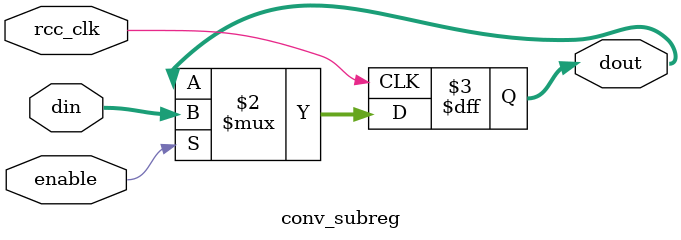
<source format=v>

module conv_subreg (
    rcc_clk,
    enable,
    din,
    dout
    ) ;
 
/*
 *
 *  @(#) conv_subreg.v 15.2@(#)
 *  2/25/98  10:16:30
 *
 */

/*
 *
 * Results Character Conversion (RCC)
 *  processes a computed frequency spectrum to
 *  determine if a valid DTMF digit can be found
 *
 * Author:  Meera Balakrishnan
 *          Cadence Design Systems, Inc.
 *          CSD-IC Technology Laboratory
 *  
 * Modifications:
 * 
 * 7/9/98 : Fixed state machine transitions (CHARACTER->IDLE), GDG
 * 9/20/04 : Carl Schwink (schwink@cadence.com) -- submodule created to
 *           illustrate clock gating decloning
 */

input
    rcc_clk ;             // data input write strobe

input
    enable ;               // holding register address bus

input [7:0]
    din ;                   // data input bus

output [7:0]
    dout ;                  // data output bus

reg [7:0]
    dout ;

`include "results_conv.h"

always @(negedge rcc_clk)
    dout = enable ? din : dout;

endmodule // conv_subreg

</source>
